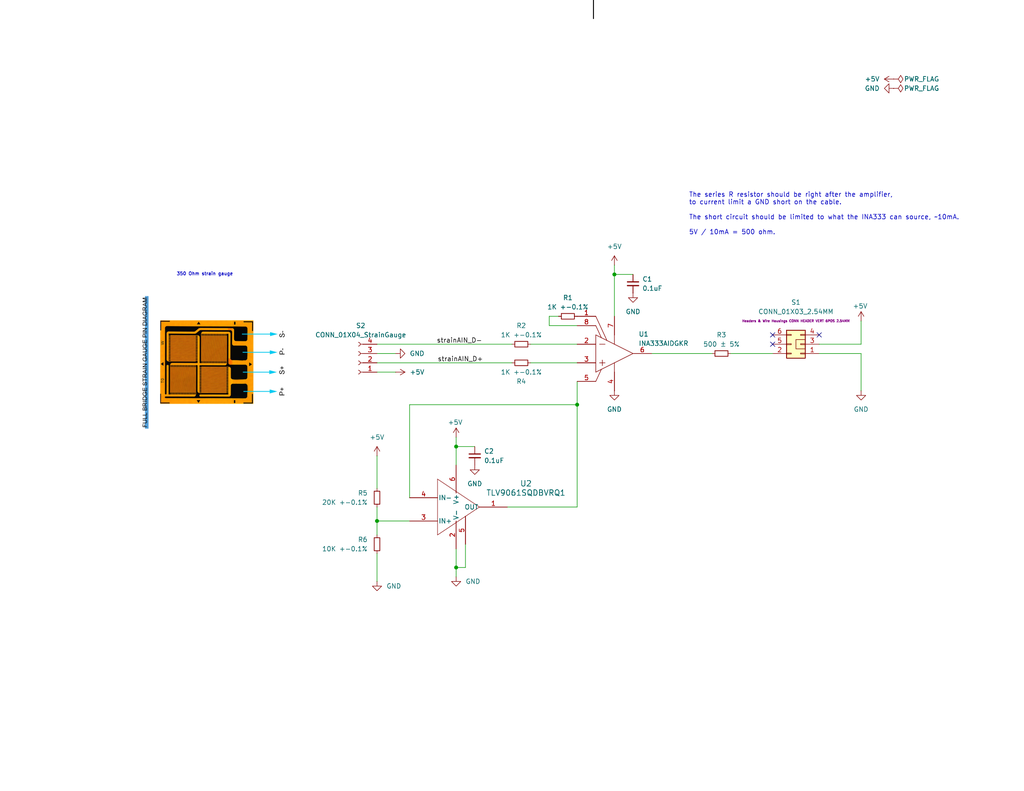
<source format=kicad_sch>
(kicad_sch (version 20250114) (generator "eeschema") (generator_version "9.0")
  (paper "A")
  (title_block (title "Amplifier") (date "2025-08-16") (rev "01") (company "BCIT Racing") (comment 1 "Parry Zhuo & Daniel Mahmoud"))
  (lib_symbols
    (symbol "Connector:Conn_01x04_Socket" (pin_names (offset 1.016) (hide yes))
      (property "Reference" "J" (at 0 5.08 0))
      (property "Value" "Conn_01x04_Socket" (at 0 -7.62 0))
      (symbol "Conn_01x04_Socket_1_1"
        (polyline (pts (xy -1.27 2.54) (xy -0.508 2.54)) (stroke (width 0.1524)))
        (polyline (pts (xy -1.27 0) (xy -0.508 0)) (stroke (width 0.1524)))
        (polyline (pts (xy -1.27 -2.54) (xy -0.508 -2.54)) (stroke (width 0.1524)))
        (polyline (pts (xy -1.27 -5.08) (xy -0.508 -5.08)) (stroke (width 0.1524)))
        (arc (start 0 2.032) (mid -0.5058 2.54) (end 0 3.048) (stroke (width 0.1524)))
        (arc (start 0 -0.508) (mid -0.5058 0) (end 0 0.508) (stroke (width 0.1524)))
        (arc (start 0 -3.048) (mid -0.5058 -2.54) (end 0 -2.032) (stroke (width 0.1524)))
        (arc (start 0 -5.588) (mid -0.5058 -5.08) (end 0 -4.572) (stroke (width 0.1524)))
        (pin passive line (at -5.08 2.54 0) (length 3.81) (name "Pin_1") (number "1"))
        (pin passive line (at -5.08 0 0) (length 3.81) (name "Pin_2") (number "2"))
        (pin passive line (at -5.08 -2.54 0) (length 3.81) (name "Pin_3") (number "3"))
        (pin passive line (at -5.08 -5.08 0) (length 3.81) (name "Pin_4") (number "4"))
      )
    )
    (symbol "Device:C_Small" (pin_numbers (hide yes)) (pin_names (offset 0.254) (hide yes))
      (property "Reference" "C" (at 0.254 1.778 0))
      (property "Value" "C_Small" (at 0.254 -2.032 0))
      (symbol "C_Small_0_1"
        (polyline (pts (xy -1.524 0.508) (xy 1.524 0.508)) (stroke (width 0.3048)))
        (polyline (pts (xy -1.524 -0.508) (xy 1.524 -0.508)) (stroke (width 0.3302)))
      )
      (symbol "C_Small_1_1"
        (pin passive line (at 0 2.54 270) (length 2.032) (name "~") (number "1"))
        (pin passive line (at 0 -2.54 90) (length 2.032) (name "~") (number "2"))
      )
    )
    (symbol "Device:R_Small" (pin_numbers (hide yes)) (pin_names (offset 0.254) (hide yes))
      (property "Reference" "R" (at 0 0 90))
      (property "Value" "R_Small" (at 1.778 0 90))
      (symbol "R_Small_0_1"
        (rectangle (start -0.762 1.778) (end 0.762 -1.778) (stroke (width 0.2032)))
      )
      (symbol "R_Small_1_1"
        (pin passive line (at 0 2.54 270) (length 0.762) (name "~") (number "1"))
        (pin passive line (at 0 -2.54 90) (length 0.762) (name "~") (number "2"))
      )
    )
    (symbol "Lib:IDC_6Pin_Male_Header" (pin_names (offset 1.016) (hide yes))
      (property "Reference" "J5" (at 1.27 10.16 0))
      (property "Value" "Box Header IDC Conn 2x3" (at 1.27 7.62 0))
      (property "Description" "CONN HEADER VERT 6POS 2.54MM" (at 1.27 6.35 0))
      (property "Detailed Description" "Connector Header Through Hole 6 position 0.100\" (2.54mm)" (at 1.27 5.08 0))
      (symbol "IDC_6Pin_Male_Header_0_1"
        (rectangle (start -1.27 1.27) (end 1.27 -1.27))
      )
      (symbol "IDC_6Pin_Male_Header_1_1"
        (rectangle (start -1.27 3.81) (end 3.81 -3.81) (stroke (width 0.254)) (fill (type background)))
        (rectangle (start -1.27 2.667) (end 0 2.413) (stroke (width 0.1524)))
        (rectangle (start -1.27 0.127) (end 0 -0.127) (stroke (width 0.1524)))
        (rectangle (start -1.27 -2.413) (end 0 -2.667) (stroke (width 0.1524)))
        (rectangle (start 3.81 2.667) (end 2.54 2.413) (stroke (width 0.1524)))
        (rectangle (start 3.81 0.127) (end 2.54 -0.127) (stroke (width 0.1524)))
        (rectangle (start 3.81 -2.413) (end 2.54 -2.667) (stroke (width 0.1524)))
        (pin passive line (at -5.08 2.54 0) (length 3.81) (name "Pin_1") (number "1"))
        (pin passive line (at -5.08 0 0) (length 3.81) (name "Pin_3") (number "3"))
        (pin passive line (at -5.08 -2.54 0) (length 3.81) (name "Pin_4") (number "4"))
        (pin passive line (at 7.62 2.54 180) (length 3.81) (name "Pin_2") (number "2"))
        (pin passive line (at 7.62 0 180) (length 3.81) (name "Pin_5") (number "5"))
        (pin passive line (at 7.62 -2.54 180) (length 3.81) (name "Pin_6") (number "6"))
      )
    )
    (symbol "Lib:TLV9061SQDBVRQ1" (pin_names (offset 0.254))
      (property "Reference" "U2" (at 31.75 3.8802 0))
      (property "Value" "TLV9061SQDBVRQ1" (at 1.016 7.366 0))
      (symbol "TLV9061SQDBVRQ1_0_1"
        (polyline (pts (xy 7.62 5.08) (xy 7.62 -10.16)) (stroke (width 0.127)))
        (polyline (pts (xy 7.62 -10.16) (xy 19.05 -2.54)) (stroke (width 0.127)))
        (polyline (pts (xy 19.05 -2.54) (xy 7.62 5.08)) (stroke (width 0.127)))
        (pin input line (at 0 0 0) (length 7.62) (name "IN-") (number "4"))
        (pin input line (at 0 -6.35 0) (length 7.62) (name "IN+") (number "3"))
        (pin power_in line (at 12.7 8.89 270) (length 7.62) (name "V+") (number "6"))
        (pin power_in line (at 12.7 -13.97 90) (length 7.62) (name "V-") (number "2"))
        (pin output line (at 26.67 -2.54 180) (length 7.62) (name "OUT") (number "1"))
      )
      (symbol "TLV9061SQDBVRQ1_1_1"
        (pin passive line (at 15.24 -12.7 90) (length 7.62) (name "") (number "5"))
      )
    )
    (symbol "Lib:root_0_TI-INAXXXXXX8_Altium Content Vault" (pin_names (hide yes))
      (symbol "root_0_TI-INAXXXXXX8_Altium Content Vault_1_0"
        (polyline (pts (xy 0 0) (xy 0 -10.16)))
        (polyline (pts (xy 0 0) (xy 10.16 -5.08)))
        (polyline (pts (xy 0 -10.16) (xy 10.16 -5.08)))
        (polyline (pts (xy 1.016 -2.54) (xy 2.54 -2.54)))
        (polyline (pts (xy 1.016 -7.62) (xy 2.54 -7.62)))
        (polyline (pts (xy 1.524 -0.762) (xy 0 2.54)))
        (polyline (pts (xy 1.524 -9.398) (xy 0 -12.7)))
        (polyline (pts (xy 1.778 -6.858) (xy 1.778 -8.382)))
        (polyline (pts (xy 3.048 -1.524) (xy 0 5.08)))
        (polyline (pts (xy 5.08 0) (xy 5.08 -2.54)))
        (polyline (pts (xy 5.08 -7.62) (xy 5.08 -10.16)))
        (pin input line (at -5.08 5.08 0) (length 5.08) (name "RG") (number "1"))
        (pin input line (at -5.08 2.54 0) (length 5.08) (name "RG") (number "8"))
        (pin input line (at -5.08 -2.54 0) (length 5.08) (name "VIN-") (number "2"))
        (pin input line (at -5.08 -7.62 0) (length 5.08) (name "VIN+") (number "3"))
        (pin input line (at -5.08 -12.7 0) (length 5.08) (name "REF") (number "5"))
        (pin power_in line (at 5.08 5.08 270) (length 5.08) (name "V+") (number "7"))
        (pin power_in line (at 5.08 -15.24 90) (length 5.08) (name "V-") (number "4"))
        (pin output line (at 15.24 -5.08 180) (length 5.08) (name "VOUT") (number "6"))
      )
    )
    (symbol "power:+5V" (power) (pin_numbers (hide yes)) (pin_names (offset 0) (hide yes))
      (property "Value" "+5V" (at 0 3.556 0))
      (symbol "+5V_0_1"
        (polyline (pts (xy -0.762 1.27) (xy 0 2.54)))
        (polyline (pts (xy 0 2.54) (xy 0.762 1.27)))
        (polyline (pts (xy 0 0) (xy 0 2.54)))
      )
      (symbol "+5V_1_1"
        (pin power_in line (at 0 0 90) (length 0) (name "~") (number "1"))
      )
    )
    (symbol "power:GND" (power) (pin_numbers (hide yes)) (pin_names (offset 0) (hide yes))
      (property "Value" "GND" (at 0 -3.81 0))
      (symbol "GND_0_1"
        (polyline (pts (xy 0 0) (xy 0 -1.27) (xy 1.27 -1.27) (xy 0 -2.54) (xy -1.27 -1.27) (xy 0 -1.27)))
      )
      (symbol "GND_1_1"
        (pin power_in line (at 0 0 270) (length 0) (name "~") (number "1"))
      )
    )
    (symbol "power:PWR_FLAG" (power) (pin_numbers (hide yes)) (pin_names (offset 0) (hide yes))
      (property "Value" "PWR_FLAG" (at 0 3.81 0))
      (symbol "PWR_FLAG_0_0"
        (pin power_out line (at 0 0 90) (length 0) (name "~") (number "1"))
      )
      (symbol "PWR_FLAG_0_1"
        (polyline (pts (xy 0 0) (xy 0 1.27) (xy -1.016 1.905) (xy 0 2.54) (xy 1.016 1.905) (xy 0 1.27)))
      )
    )
  )
  (text "350 Ohm strain gauge" (at 55.88 74.93 0) (effects (font (size 0.889 0.889))))
  (text "The series R resistor should be right after the amplifier, \nto current limit a GND short on the cable.\n\nThe short circuit should be limited to what the INA333 can source, ~10mA.\n\n5V / 10mA = 500 ohm." (at 187.96 58.42 0) (effects (font (size 1.27 1.27)) (justify left)))
  (junction (at 167.64 74.93))
  (junction (at 124.46 121.92))
  (junction (at 157.48 110.49))
  (junction (at 124.46 154.94))
  (junction (at 102.87 142.24))
  (no_connect (at 210.82 91.44))
  (no_connect (at 210.82 93.98))
  (no_connect (at 223.52 91.44))
  (wire (pts (xy 124.46 154.94) (xy 127 154.94)))
  (wire (pts (xy 149.86 86.36) (xy 149.86 88.9)))
  (wire (pts (xy 124.46 119.38) (xy 124.46 121.92)))
  (wire (pts (xy 102.87 142.24) (xy 102.87 146.05)))
  (wire (pts (xy 157.48 110.49) (xy 157.48 138.43)))
  (wire (pts (xy 167.64 74.93) (xy 167.64 86.36)))
  (wire (pts (xy 144.78 93.98) (xy 157.48 93.98)))
  (wire (pts (xy 157.48 138.43) (xy 138.43 138.43)))
  (wire (pts (xy 102.87 101.6) (xy 107.95 101.6)))
  (wire (pts (xy 102.87 138.43) (xy 102.87 142.24)))
  (wire (pts (xy 149.86 86.36) (xy 152.4 86.36)))
  (wire (pts (xy 102.87 124.46) (xy 102.87 133.35)))
  (wire (pts (xy 234.95 87.63) (xy 234.95 93.98)))
  (wire (pts (xy 102.87 99.06) (xy 139.7 99.06)))
  (wire (pts (xy 157.48 104.14) (xy 157.48 110.49)))
  (wire (pts (xy 223.52 93.98) (xy 234.95 93.98)))
  (wire (pts (xy 124.46 157.48) (xy 124.46 154.94)))
  (wire (pts (xy 199.39 96.52) (xy 210.82 96.52)))
  (wire (pts (xy 144.78 99.06) (xy 157.48 99.06)))
  (wire (pts (xy 127 148.59) (xy 127 154.94)))
  (wire (pts (xy 102.87 151.13) (xy 102.87 158.75)))
  (wire (pts (xy 124.46 121.92) (xy 124.46 127)))
  (wire (pts (xy 129.54 121.92) (xy 124.46 121.92)))
  (wire (pts (xy 172.72 74.93) (xy 167.64 74.93)))
  (wire (pts (xy 234.95 96.52) (xy 234.95 106.68)))
  (polyline (pts (xy 161.925 5.08) (xy 161.925 0)) (stroke (width 0.254) (type solid) (color 0 0 0 1)))
  (wire (pts (xy 102.87 96.52) (xy 107.95 96.52)))
  (wire (pts (xy 111.76 110.49) (xy 157.48 110.49)))
  (wire (pts (xy 149.86 88.9) (xy 157.48 88.9)))
  (wire (pts (xy 124.46 154.94) (xy 124.46 149.86)))
  (wire (pts (xy 102.87 93.98) (xy 139.7 93.98)))
  (wire (pts (xy 234.95 96.52) (xy 223.52 96.52)))
  (wire (pts (xy 167.64 72.39) (xy 167.64 74.93)))
  (wire (pts (xy 102.87 142.24) (xy 111.76 142.24)))
  (wire (pts (xy 111.76 135.89) (xy 111.76 110.49)))
  (wire (pts (xy 177.8 96.52) (xy 194.31 96.52)))
  (image (at 58.166 97.028) (scale 0.0873801))
  (label "strainAIN_D-" (at 119.126 93.98 0))
  (label "strainAIN_D+" (at 119.38 99.06 0))
  (symbol (lib_id "power:+5V") (at 107.95 101.6 270) (unit 1)
    (property "Reference" "#PWR07" (effects (hide yes)))
    (property "Value" "+5V" (at 111.76 101.5999 90) (effects (justify left)))
    (property "Description" "Power symbol creates a global label with name \"+5V\"" (effects (hide yes)))
  )
  (symbol (lib_id "power:GND") (at 124.46 157.48 0) (unit 1)
    (property "Reference" "#PWR013" (effects (hide yes)))
    (property "Value" "GND" (at 127 158.7499 0) (effects (justify left)))
    (property "Description" "Power symbol creates a global label with name \"GND\" , ground" (effects (hide yes)))
  )
  (symbol (lib_id "power:GND") (at 129.54 127 0) (mirror y) (unit 1)
    (property "Reference" "#PWR012" (effects (hide yes)))
    (property "Value" "GND" (at 129.54 132.08 0))
    (property "Description" "Power symbol creates a global label with name \"GND\" , ground" (effects (hide yes)))
  )
  (symbol (lib_id "Connector:Conn_01x04_Socket") (at 97.79 99.06 180) (unit 1) (in_bom no)
    (property "Reference" "S2" (at 98.425 88.9 0))
    (property "Value" "CONN_01X04_StrainGauge" (at 98.425 91.44 0))
    (property "Footprint" "Lib:CONN_01X04" (effects (hide yes)))
    (property "Description" "Generic connector, single row, 01x04, script generated" (effects (hide yes)))
  )
  (symbol (lib_id "Device:C_Small") (at 172.72 77.47 0) (mirror y) (unit 1)
    (property "Reference" "C1" (at 175.26 76.2062 0) (effects (justify right)))
    (property "Value" "0.1uF" (at 175.26 78.7462 0) (effects (justify right)))
    (property "Footprint" "Capacitor_SMD:C_0805_2012Metric_Pad1.18x1.45mm_HandSolder" (effects (hide yes)))
    (property "Datasheet" "https://www.mouser.ca/datasheet/2/585/MLCC-1837944.pdf" (effects (hide yes)))
    (property "Description" "Multilayer Ceramic Capacitors MLCC - SMD/SMT 100nF+/-10% 50V X7R 0805" (effects (hide yes)))
    (property "Manufacturer" "Samsung Electro-Mechanics" (effects (hide yes)))
    (property "Manufacturer Part Number" "CL21B104KBCNNWC" (effects (hide yes)))
    (property "Mouser Link" "https://www.mouser.ca/ProductDetail/Samsung-Electro-Mechanics/CL21B104KBCNNWC?qs=yOVawPpwOwlu2UTVxWhmlw%3D%3D" (effects (hide yes)))
    (property "Mouser Part Number" "187-CL21B104KBCNNWC" (effects (hide yes)))
    (property "Package" "0805 (2012 Metric)" (effects (hide yes)))
  )
  (symbol (lib_id "power:GND") (at 167.64 106.68 0) (unit 1)
    (property "Reference" "#PWR09" (effects (hide yes)))
    (property "Value" "GND" (at 167.64 111.76 0))
    (property "Description" "Power symbol creates a global label with name \"GND\" , ground" (effects (hide yes)))
  )
  (symbol (lib_id "power:+5V") (at 234.95 87.63 0) (unit 1)
    (property "Reference" "#PWR04" (effects (hide yes)))
    (property "Value" "+5V" (at 234.696 83.566 0))
    (property "Description" "Power symbol creates a global label with name \"+5V\"" (effects (hide yes)))
  )
  (symbol (lib_id "Device:C_Small") (at 129.54 124.46 0) (mirror y) (unit 1)
    (property "Reference" "C2" (at 132.08 123.1962 0) (effects (justify right)))
    (property "Value" "0.1uF" (at 132.08 125.7362 0) (effects (justify right)))
    (property "Footprint" "Capacitor_SMD:C_0805_2012Metric_Pad1.18x1.45mm_HandSolder" (effects (hide yes)))
    (property "Datasheet" "https://www.mouser.ca/datasheet/2/585/MLCC-1837944.pdf" (effects (hide yes)))
    (property "Description" "Multilayer Ceramic Capacitors MLCC - SMD/SMT 100nF+/-10% 50V X7R 0805" (effects (hide yes)))
    (property "Manufacturer" "Samsung Electro-Mechanics" (effects (hide yes)))
    (property "Manufacturer Part Number" "CL21B104KBCNNWC" (effects (hide yes)))
    (property "Mouser Link" "https://www.mouser.ca/ProductDetail/Samsung-Electro-Mechanics/CL21B104KBCNNWC?qs=yOVawPpwOwlu2UTVxWhmlw%3D%3D" (effects (hide yes)))
    (property "Mouser Part Number" "187-CL21B104KBCNNWC" (effects (hide yes)))
    (property "Package" "0805 (2012 Metric)" (effects (hide yes)))
  )
  (symbol (lib_id "Device:R_Small") (at 102.87 135.89 0) (unit 1)
    (property "Reference" "R5" (at 100.33 134.6199 0) (effects (justify right)))
    (property "Value" "20K +-0.1%" (at 100.33 137.1599 0) (effects (justify right)))
    (property "Footprint" "Resistor_SMD:R_0805_2012Metric_Pad1.20x1.40mm_HandSolder" (effects (hide yes)))
    (property "Datasheet" "https://www.mouser.ca/datasheet/2/392/n_catalog_partition01_en-1140338.pdf" (effects (hide yes)))
    (property "Description" "Thin Film Resistors - SMD 1/8W 20K Ohms 0.1% 0805 25ppm" (effects (hide yes)))
    (property "Manufacturer" "Susumu " (effects (hide yes)))
    (property "Manufacturer Part Number" "RG2012P-203-B-T5 " (effects (hide yes)))
    (property "Mouser Link" "https://www.mouser.ca/ProductDetail/Susumu/RG2012P-203-B-T5?qs=juJhw1yPxAE0uzMTBmg8Hw%3D%3D" (effects (hide yes)))
    (property "Mouser Part Number" "754-RG2012P-203-B-T5 " (effects (hide yes)))
    (property "Package" "0805 (2012 Metric)" (effects (hide yes)))
  )
  (symbol (lib_id "Device:R_Small") (at 142.24 93.98 90) (unit 0)
    (property "Reference" "R2" (at 142.24 88.9 90))
    (property "Value" "1K +-0.1%" (at 142.24 91.44 90))
    (property "Footprint" "Resistor_SMD:R_0805_2012Metric_Pad1.20x1.40mm_HandSolder" (effects (hide yes)))
    (property "Datasheet" "https://www.vishay.com/doc?28700" (effects (hide yes)))
    (property "Description" "Thin Film Resistors - SMD .05W 1Kohms 0.1% 0805 25ppm" (effects (hide yes)))
    (property "Manufacturer" "Vishay / Beyschlag " (effects (hide yes)))
    (property "Manufacturer Part Number" "MCU08050D1001BP500 " (effects (hide yes)))
    (property "Mouser Link" "https://www.mouser.ca/ProductDetail/Vishay-Beyschlag/MCU08050D1001BP500?qs=70au2ePzUrEv3lkXFeCKsQ%3D%3D" (effects (hide yes)))
    (property "Mouser Part Number" "594-MCU0805D1001BP5 " (effects (hide yes)))
    (property "Package" "0805 (2012 Metric)" (effects (hide yes)))
  )
  (symbol (lib_id "power:GND") (at 243.84 24.13 270) (unit 1)
    (property "Reference" "#PWR02" (effects (hide yes)))
    (property "Value" "GND" (at 240.03 24.1299 90) (effects (justify right)))
    (property "Description" "Power symbol creates a global label with name \"GND\" , ground" (effects (hide yes)))
  )
  (symbol (lib_id "Device:R_Small") (at 102.87 148.59 0) (unit 0)
    (property "Reference" "R6" (at 100.33 147.3199 0) (effects (justify right)))
    (property "Value" "10K +-0.1%" (at 100.33 149.8599 0) (effects (justify right)))
    (property "Footprint" "Resistor_SMD:R_0805_2012Metric_Pad1.20x1.40mm_HandSolder" (effects (hide yes)))
    (property "Datasheet" "https://www.mouser.ca/datasheet/2/392/n_catalog_partition01_en-1140338.pdf" (effects (hide yes)))
    (property "Description" "Thin Film Resistors - SMD 1/8W 10K Ohms 0.1% 0805 25ppm" (effects (hide yes)))
    (property "Manufacturer" "Susumu " (effects (hide yes)))
    (property "Manufacturer Part Number" "RG2012P-103-B-T5 " (effects (hide yes)))
    (property "Mouser Link" "https://www.mouser.ca/ProductDetail/Susumu/RG2012P-103-B-T5?qs=juJhw1yPxAHrnD3%252BNCg9%252Bw%3D%3D" (effects (hide yes)))
    (property "Mouser Part Number" "754-RG2012P-103-B-T5 " (effects (hide yes)))
    (property "Package" "0805 (2012 Metric)" (effects (hide yes)))
  )
  (symbol (lib_id "power:+5V") (at 167.64 72.39 0) (unit 1)
    (property "Reference" "#PWR03" (effects (hide yes)))
    (property "Value" "+5V" (at 167.64 67.31 0))
    (property "Description" "Power symbol creates a global label with name \"+5V\"" (effects (hide yes)))
  )
  (symbol (lib_id "power:PWR_FLAG") (at 243.84 21.59 270) (unit 1)
    (property "Reference" "#FLG01" (effects (hide yes)))
    (property "Value" "PWR_FLAG" (at 251.46 21.59 90))
    (property "Description" "Special symbol for telling ERC where power comes from" (effects (hide yes)))
  )
  (symbol (lib_id "Device:R_Small") (at 196.85 96.52 270) (unit 1)
    (property "Reference" "R3" (at 196.85 91.44 90))
    (property "Value" "500 ± 5%" (at 196.85 93.98 90))
    (property "Footprint" "Resistor_SMD:R_0805_2012Metric_Pad1.20x1.40mm_HandSolder" (effects (hide yes)))
    (property "Datasheet" "https://www.vishay.com/doc?28952" (effects (hide yes)))
    (property "Description" "Thin Film Resistors - SMD .2W 499ohms .5% 0805 25ppm Auto" (effects (hide yes)))
    (property "Manufacturer Part Number" "MCU0805MD4990DP500 " (effects (hide yes)))
    (property "Manufacturer" "Vishay / Beyschlag " (effects (hide yes)))
    (property "Package" "0805 (2012 Metric)" (effects (hide yes)))
    (property "Mouser Link" "https://www.mouser.ca/ProductDetail/Vishay-Beyschlag/MCU0805MD4990DP500?qs=EzBFWPtgsb1DD3PTBSGEVQ%3D%3D" (effects (hide yes)))
    (property "Mouser Part Number" "594-MCU0805MD4990DP5 " (effects (hide yes)))
  )
  (symbol (lib_id "power:+5V") (at 124.46 119.38 0) (unit 1)
    (property "Reference" "#PWR010" (effects (hide yes)))
    (property "Value" "+5V" (at 124.206 115.316 0))
    (property "Description" "Power symbol creates a global label with name \"+5V\"" (effects (hide yes)))
  )
  (symbol (lib_id "Lib:TLV9061SQDBVRQ1") (at 111.76 135.89 0) (unit 1)
    (property "Reference" "U2" (at 143.51 132.0098 0) (effects (font (size 1.524 1.524))))
    (property "Value" "TLV9061SQDBVRQ1" (at 143.51 134.5498 0) (effects (font (size 1.524 1.524))))
    (property "Footprint" "Package_TO_SOT_SMD:TSOT-23-6" (effects (hide yes)))
    (property "Datasheet" "https://www.ti.com/lit/gpn/tlv9064-q1" (effects (hide yes)))
    (property "Description" "Operational Amplifiers - Op Amps Automotive single 5.5-V 10-MHz rail-to" (effects (hide yes)))
    (property "Manufacturer" "Texas Instruments " (effects (hide yes)))
    (property "Manufacturer Part Number" "TLV9061SQDBVRQ1 " (effects (hide yes)))
    (property "Mouser Link" "https://www.mouser.ca/ProductDetail/Texas-Instruments/TLV9061SQDBVRQ1?qs=DRkmTr78QASJ%252B5bCrdR4jA%3D%3D" (effects (hide yes)))
    (property "Mouser Part Number" "595-TLV9061SQDBVRQ1" (effects (hide yes)))
    (property "Package" "SOT-23-6 " (effects (hide yes)))
  )
  (symbol (lib_id "Device:R_Small") (at 154.94 86.36 90) (unit 1)
    (property "Reference" "R1" (at 154.94 81.28 90))
    (property "Value" "1K +-0.1%" (at 154.94 83.82 90))
    (property "Footprint" "Resistor_SMD:R_0805_2012Metric_Pad1.20x1.40mm_HandSolder" (effects (hide yes)))
    (property "Datasheet" "https://www.vishay.com/doc?28700" (effects (hide yes)))
    (property "Description" "Thin Film Resistors - SMD .05W 1Kohms 0.1% 0805 25ppm" (effects (hide yes)))
    (property "Manufacturer" "Vishay / Beyschlag " (effects (hide yes)))
    (property "Manufacturer Part Number" "MCU08050D1001BP500 " (effects (hide yes)))
    (property "Mouser Link" "https://www.mouser.ca/ProductDetail/Vishay-Beyschlag/MCU08050D1001BP500?qs=70au2ePzUrEv3lkXFeCKsQ%3D%3D" (effects (hide yes)))
    (property "Mouser Part Number" "594-MCU0805D1001BP5 " (effects (hide yes)))
    (property "Package" "0805 (2012 Metric)" (effects (hide yes)))
  )
  (symbol (lib_id "Lib:IDC_6Pin_Male_Header") (at 218.44 93.98 180) (unit 1) (in_bom no)
    (property "Reference" "S1" (at 217.17 82.55 0))
    (property "Value" "CONN_01X03_2.54MM" (at 217.17 85.09 0))
    (property "Footprint" "Lib:AdamTech_BHR-06-VUA" (effects (hide yes)))
    (property "Datasheet" "https://www.mouser.ca/datasheet/2/4/bhr_xx_vua_data_sheet-3395636.pdf" (effects (hide yes)))
    (property "Description" "Headers & Wire Housings CONN HEADER VERT 6POS 2.54MM" (at 217.17 87.63 0) (effects (font (size 0.635 0.635))))
    (property "Manufacturer" "Adam Tech" (effects (hide yes)))
    (property "Manufacturer Part Number" "BHR-06-VUA" (effects (hide yes)))
    (property "Mouser Link" "https://www.mouser.ca/ProductDetail/Adam-Tech/BHR-06-VUA?qs=HoCaDK9Nz5cobId%2FEjMHxg%3D%3D" (effects (hide yes)))
    (property "Mouser Part Number" " 737-BHR-06-VUA" (effects (hide yes)))
  )
  (symbol (lib_id "power:GND") (at 172.72 80.01 0) (mirror y) (unit 1)
    (property "Reference" "#PWR05" (effects (hide yes)))
    (property "Value" "GND" (at 172.72 85.09 0))
    (property "Description" "Power symbol creates a global label with name \"GND\" , ground" (effects (hide yes)))
  )
  (symbol (lib_id "Lib:root_0_TI-INAXXXXXX8_Altium Content Vault") (at 162.56 91.44 0) (unit 1)
    (property "Reference" "U1" (at 174.244 91.948 0) (effects (justify left bottom)))
    (property "Value" "INA333AIDGKR" (at 174.244 94.488 0) (effects (justify left bottom)))
    (property "Footprint" "Lib:INA333AIDGKR_SOP65P490X110-8N" (effects (hide yes)))
    (property "Datasheet" "https://www.ti.com/lit/gpn/ina333" (effects (hide yes)))
    (property "Description" "Instrumentation Amplifiers Lo Pwr Prec Inst Amp A 595-INA333AIDGKT" (effects (hide yes)))
    (property "Manufacturer" "Texas Instruments" (effects (hide yes)))
    (property "Manufacturer Part Number" "INA333AIDGKR" (effects (hide yes)))
    (property "Mouser Link" "https://www.mouser.ca/ProductDetail/Texas-Instruments/INA333AIDGKR?qs=nJRxFdq%252BlvaKwfZOdHFpKg%3D%3D" (effects (hide yes)))
    (property "Mouser Part Number" "595-INA333AIDGKR" (effects (hide yes)))
    (property "Package" "VSSOP-8" (effects (hide yes)))
  )
  (symbol (lib_id "power:PWR_FLAG") (at 243.84 24.13 270) (unit 1)
    (property "Reference" "#FLG02" (effects (hide yes)))
    (property "Value" "PWR_FLAG" (at 251.46 24.13 90))
    (property "Description" "Special symbol for telling ERC where power comes from" (effects (hide yes)))
  )
  (symbol (lib_id "power:+5V") (at 102.87 124.46 0) (mirror y) (unit 1)
    (property "Reference" "#PWR011" (effects (hide yes)))
    (property "Value" "+5V" (at 102.87 119.38 0))
    (property "Description" "Power symbol creates a global label with name \"+5V\"" (effects (hide yes)))
  )
  (symbol (lib_id "power:GND") (at 234.95 106.68 0) (mirror y) (unit 1)
    (property "Reference" "#PWR08" (effects (hide yes)))
    (property "Value" "GND" (at 234.95 111.76 0))
    (property "Description" "Power symbol creates a global label with name \"GND\" , ground" (effects (hide yes)))
  )
  (symbol (lib_id "power:+5V") (at 243.84 21.59 90) (unit 1)
    (property "Reference" "#PWR01" (effects (hide yes)))
    (property "Value" "+5V" (at 240.03 21.5899 90) (effects (justify left)))
    (property "Description" "Power symbol creates a global label with name \"+5V\"" (effects (hide yes)))
  )
  (symbol (lib_id "Device:R_Small") (at 142.24 99.06 270) (mirror x) (unit 1)
    (property "Reference" "R4" (at 142.24 104.14 90))
    (property "Value" "1K +-0.1%" (at 142.24 101.6 90))
    (property "Footprint" "Resistor_SMD:R_0805_2012Metric_Pad1.20x1.40mm_HandSolder" (effects (hide yes)))
    (property "Datasheet" "https://www.vishay.com/doc?28700" (effects (hide yes)))
    (property "Description" "Thin Film Resistors - SMD .05W 1Kohms 0.1% 0805 25ppm" (effects (hide yes)))
    (property "Manufacturer" "Vishay / Beyschlag " (effects (hide yes)))
    (property "Manufacturer Part Number" "MCU08050D1001BP500 " (effects (hide yes)))
    (property "Mouser Link" "https://www.mouser.ca/ProductDetail/Vishay-Beyschlag/MCU08050D1001BP500?qs=70au2ePzUrEv3lkXFeCKsQ%3D%3D" (effects (hide yes)))
    (property "Mouser Part Number" "594-MCU0805D1001BP5 " (effects (hide yes)))
    (property "Package" "0805 (2012 Metric)" (effects (hide yes)))
  )
  (symbol (lib_id "power:GND") (at 107.95 96.52 90) (unit 1)
    (property "Reference" "#PWR06" (effects (hide yes)))
    (property "Value" "GND" (at 111.76 96.5199 90) (effects (justify right)))
    (property "Description" "Power symbol creates a global label with name \"GND\" , ground" (effects (hide yes)))
  )
  (symbol (lib_id "power:GND") (at 102.87 158.75 0) (unit 1)
    (property "Reference" "#PWR014" (effects (hide yes)))
    (property "Value" "GND" (at 105.41 160.0199 0) (effects (justify left)))
    (property "Description" "Power symbol creates a global label with name \"GND\" , ground" (effects (hide yes)))
  )
)
</source>
